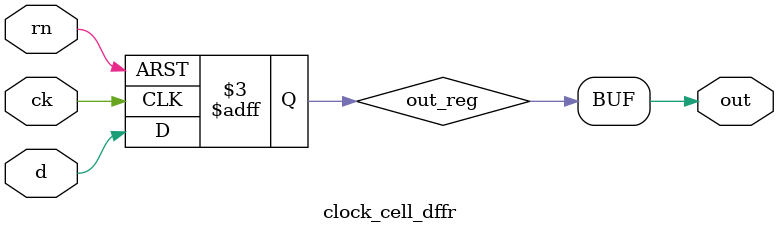
<source format=sv>

module clock_cell_buf(
	input wire in,
	output wire out
);

assign out = in;

endmodule

module clock_cell_mux(
	input wire ina,
	input wire inb,
	input wire sel,
	output wire out
);

assign out = sel ? inb : ina;

endmodule

module clock_cell_and(
	input wire ina,
	input wire inb,
	output wire out
);

assign out = inb & ina;

endmodule

module clock_cell_or(
	input wire ina,
	input wire inb,
	output wire out
);

assign out = inb | ina;

endmodule

module clock_cell_nand(
	input wire ina,
	input wire inb,
	output wire out
);

assign out = !(inb & ina);

endmodule

module clock_cell_nor(
	input wire ina,
	input wire inb,
	output wire out
);

assign out = !(inb | ina);

endmodule

module clock_cell_gate(
	input wire ck,
	input wire en,
	output wire out
);

reg enable;

always @(ck or en)
begin
	if(~ck)
		enable = en;
end

assign out = enable & ck;

endmodule

module clock_cell_dffs(
	input wire ck,
	input wire sn,
	input wire d,
	output wire out
);

reg out_reg;

assign out = out_reg;

always @(posedge ck or negedge sn)
begin
	if(!sn)
		out_reg <= 1'b1;
	else
		out_reg <= d;
end

endmodule

module clock_cell_dffr(
	input wire ck,
	input wire rn,
	input wire d,
	output wire out
);

reg out_reg;

assign out = out_reg;

always @(posedge ck or negedge rn)
begin
	if(!rn)
		out_reg <= 1'b0;
	else
		out_reg <= d;
end

endmodule


</source>
